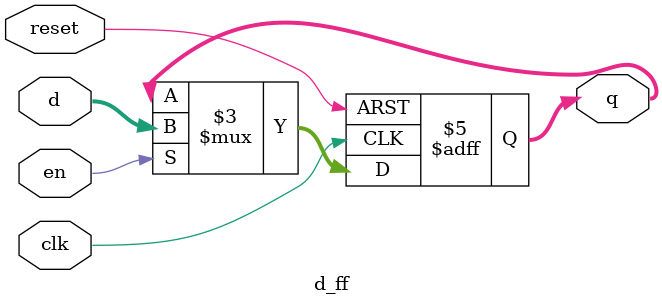
<source format=sv>
`timescale 1ns / 1ps


module d_ff
    #(parameter n = 8)(
    input logic [n-1:0] d,
    input logic en,
    input logic reset,
    input logic clk,
    output logic [n-1:0] q
    );
    
    always @(posedge clk, posedge reset)
    begin
        if (reset)
            q <= 0;
        else if (en) 
            q <= d;
        else 
            q <= q;
    end
endmodule

</source>
